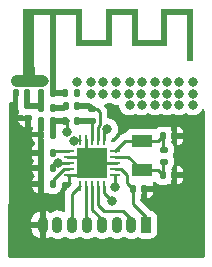
<source format=gbr>
%TF.GenerationSoftware,KiCad,Pcbnew,7.0.2*%
%TF.CreationDate,2024-08-09T14:52:10-04:00*%
%TF.ProjectId,NewPCB,4e657750-4342-42e6-9b69-6361645f7063,rev?*%
%TF.SameCoordinates,Original*%
%TF.FileFunction,Copper,L1,Top*%
%TF.FilePolarity,Positive*%
%FSLAX46Y46*%
G04 Gerber Fmt 4.6, Leading zero omitted, Abs format (unit mm)*
G04 Created by KiCad (PCBNEW 7.0.2) date 2024-08-09 14:52:10*
%MOMM*%
%LPD*%
G01*
G04 APERTURE LIST*
G04 Aperture macros list*
%AMRoundRect*
0 Rectangle with rounded corners*
0 $1 Rounding radius*
0 $2 $3 $4 $5 $6 $7 $8 $9 X,Y pos of 4 corners*
0 Add a 4 corners polygon primitive as box body*
4,1,4,$2,$3,$4,$5,$6,$7,$8,$9,$2,$3,0*
0 Add four circle primitives for the rounded corners*
1,1,$1+$1,$2,$3*
1,1,$1+$1,$4,$5*
1,1,$1+$1,$6,$7*
1,1,$1+$1,$8,$9*
0 Add four rect primitives between the rounded corners*
20,1,$1+$1,$2,$3,$4,$5,0*
20,1,$1+$1,$4,$5,$6,$7,0*
20,1,$1+$1,$6,$7,$8,$9,0*
20,1,$1+$1,$8,$9,$2,$3,0*%
G04 Aperture macros list end*
%TA.AperFunction,NonConductor*%
%ADD10C,1.016000*%
%TD*%
%TA.AperFunction,NonConductor*%
%ADD11C,0.508000*%
%TD*%
%TA.AperFunction,SMDPad,CuDef*%
%ADD12RoundRect,0.147500X0.147500X0.172500X-0.147500X0.172500X-0.147500X-0.172500X0.147500X-0.172500X0*%
%TD*%
%TA.AperFunction,ComponentPad*%
%ADD13O,0.900000X1.400000*%
%TD*%
%TA.AperFunction,ComponentPad*%
%ADD14RoundRect,0.225000X0.225000X0.475000X-0.225000X0.475000X-0.225000X-0.475000X0.225000X-0.475000X0*%
%TD*%
%TA.AperFunction,SMDPad,CuDef*%
%ADD15RoundRect,0.140000X0.140000X0.170000X-0.140000X0.170000X-0.140000X-0.170000X0.140000X-0.170000X0*%
%TD*%
%TA.AperFunction,SMDPad,CuDef*%
%ADD16RoundRect,0.140000X-0.140000X-0.170000X0.140000X-0.170000X0.140000X0.170000X-0.140000X0.170000X0*%
%TD*%
%TA.AperFunction,SMDPad,CuDef*%
%ADD17RoundRect,0.135000X0.135000X0.185000X-0.135000X0.185000X-0.135000X-0.185000X0.135000X-0.185000X0*%
%TD*%
%TA.AperFunction,ComponentPad*%
%ADD18R,0.900000X0.500000*%
%TD*%
%TA.AperFunction,ConnectorPad*%
%ADD19R,0.500000X0.500000*%
%TD*%
%TA.AperFunction,SMDPad,CuDef*%
%ADD20RoundRect,0.135000X0.185000X-0.135000X0.185000X0.135000X-0.185000X0.135000X-0.185000X-0.135000X0*%
%TD*%
%TA.AperFunction,SMDPad,CuDef*%
%ADD21RoundRect,0.147500X-0.172500X0.147500X-0.172500X-0.147500X0.172500X-0.147500X0.172500X0.147500X0*%
%TD*%
%TA.AperFunction,SMDPad,CuDef*%
%ADD22RoundRect,0.140000X0.170000X-0.140000X0.170000X0.140000X-0.170000X0.140000X-0.170000X-0.140000X0*%
%TD*%
%TA.AperFunction,SMDPad,CuDef*%
%ADD23R,1.800000X1.000000*%
%TD*%
%TA.AperFunction,SMDPad,CuDef*%
%ADD24R,2.500000X2.500000*%
%TD*%
%TA.AperFunction,SMDPad,CuDef*%
%ADD25RoundRect,0.062500X0.350000X-0.062500X0.350000X0.062500X-0.350000X0.062500X-0.350000X-0.062500X0*%
%TD*%
%TA.AperFunction,SMDPad,CuDef*%
%ADD26RoundRect,0.062500X0.062500X-0.350000X0.062500X0.350000X-0.062500X0.350000X-0.062500X-0.350000X0*%
%TD*%
%TA.AperFunction,SMDPad,CuDef*%
%ADD27RoundRect,0.147500X-0.147500X-0.172500X0.147500X-0.172500X0.147500X0.172500X-0.147500X0.172500X0*%
%TD*%
%TA.AperFunction,ViaPad*%
%ADD28C,0.800000*%
%TD*%
%TA.AperFunction,Conductor*%
%ADD29C,0.254000*%
%TD*%
%TA.AperFunction,Conductor*%
%ADD30C,0.508000*%
%TD*%
G04 APERTURE END LIST*
D10*
X123190000Y-81528500D02*
X125327750Y-81539500D01*
X124206000Y-80539250D02*
X124195000Y-81512750D01*
D11*
X126260000Y-80603000D02*
X126238000Y-82550000D01*
%TA.AperFunction,EtchedComponent*%
%TO.C,AE1*%
G36*
X128710000Y-78093000D02*
G01*
X130710000Y-78093000D01*
X130710000Y-75453000D01*
X133410000Y-75453000D01*
X133410000Y-78093000D01*
X135410000Y-78093000D01*
X135410000Y-75453000D01*
X138110000Y-75453000D01*
X138110000Y-79893000D01*
X137610000Y-79893000D01*
X137610000Y-75953000D01*
X135910000Y-75953000D01*
X135910000Y-78593000D01*
X132910000Y-78593000D01*
X132910000Y-75953000D01*
X131210000Y-75953000D01*
X131210000Y-78593000D01*
X128210000Y-78593000D01*
X128210000Y-75953000D01*
X126510000Y-75953000D01*
X126510000Y-80853000D01*
X126010000Y-80853000D01*
X126010000Y-75953000D01*
X124610000Y-75953000D01*
X124610000Y-80853000D01*
X123710000Y-80853000D01*
X123710000Y-80609785D01*
X124012417Y-80609785D01*
X124022258Y-80657395D01*
X124046326Y-80699797D01*
X124084269Y-80732581D01*
X124092181Y-80736935D01*
X124134844Y-80749043D01*
X124183363Y-80748300D01*
X124228878Y-80735400D01*
X124247489Y-80724787D01*
X124281132Y-80689553D01*
X124301691Y-80644368D01*
X124308222Y-80594842D01*
X124299782Y-80546583D01*
X124282888Y-80514357D01*
X124247628Y-80481687D01*
X124202318Y-80461592D01*
X124152733Y-80455018D01*
X124104647Y-80462908D01*
X124071755Y-80479814D01*
X124036815Y-80516584D01*
X124017153Y-80561378D01*
X124012417Y-80609785D01*
X123710000Y-80609785D01*
X123710000Y-75453000D01*
X128710000Y-75453000D01*
X128710000Y-78093000D01*
G37*
%TD.AperFunction*%
%TD*%
D12*
%TO.P,L3,2,2*%
%TO.N,Net-(C8-Pad1)*%
X127310000Y-83683000D03*
%TO.P,L3,1,1*%
%TO.N,Net-(U1-ANT1)*%
X128280000Y-83683000D03*
%TD*%
D13*
%TO.P,J1,8,Pin_8*%
%TO.N,GND*%
X125362000Y-93726000D03*
%TO.P,J1,7,Pin_7*%
%TO.N,Net-(J1-Pin_7)*%
X126612000Y-93726000D03*
%TO.P,J1,6,Pin_6*%
%TO.N,Net-(J1-Pin_6)*%
X127862000Y-93726000D03*
%TO.P,J1,5,Pin_5*%
%TO.N,Net-(J1-Pin_5)*%
X129112000Y-93726000D03*
%TO.P,J1,4,Pin_4*%
%TO.N,Net-(J1-Pin_4)*%
X130362000Y-93726000D03*
%TO.P,J1,3,Pin_3*%
%TO.N,Net-(J1-Pin_3)*%
X131612000Y-93726000D03*
%TO.P,J1,2,Pin_2*%
%TO.N,Net-(J1-Pin_2)*%
X132862000Y-93726000D03*
D14*
%TO.P,J1,1,Pin_1*%
%TO.N,VDD*%
X134112000Y-93726000D03*
%TD*%
D15*
%TO.P,C11,2*%
%TO.N,Net-(AE1-A)*%
X127282000Y-82550000D03*
%TO.P,C11,1*%
%TO.N,GND*%
X128242000Y-82550000D03*
%TD*%
%TO.P,C3,2*%
%TO.N,GND*%
X125250000Y-88900000D03*
%TO.P,C3,1*%
%TO.N,VDD*%
X126210000Y-88900000D03*
%TD*%
%TO.P,C2,2*%
%TO.N,GND*%
X125250000Y-90297000D03*
%TO.P,C2,1*%
%TO.N,Net-(U1-DVDD)*%
X126210000Y-90297000D03*
%TD*%
D12*
%TO.P,L2,2,2*%
%TO.N,Net-(U1-VDD_PA)*%
X127287000Y-84953000D03*
%TO.P,L2,1,1*%
%TO.N,Net-(U1-ANT2)*%
X128257000Y-84953000D03*
%TD*%
D16*
%TO.P,C10,2*%
%TO.N,Net-(C10-Pad2)*%
X124051000Y-82550000D03*
%TO.P,C10,1*%
%TO.N,GND*%
X123091000Y-82550000D03*
%TD*%
D17*
%TO.P,R1,2*%
%TO.N,GND*%
X125220000Y-87630000D03*
%TO.P,R1,1*%
%TO.N,Net-(U1-IREF)*%
X126240000Y-87630000D03*
%TD*%
D18*
%TO.P,AE1,2*%
%TO.N,N/C*%
X124160000Y-80603000D03*
D19*
%TO.P,AE1,1,A*%
%TO.N,Net-(AE1-A)*%
X126260000Y-80603000D03*
%TD*%
D20*
%TO.P,R2,2*%
%TO.N,Net-(U1-XC1)*%
X135636000Y-87374000D03*
%TO.P,R2,1*%
%TO.N,Net-(U1-XC2)*%
X135636000Y-88394000D03*
%TD*%
D21*
%TO.P,L1,2,2*%
%TO.N,Net-(U1-ANT2)*%
X129550000Y-84930000D03*
%TO.P,L1,1,1*%
%TO.N,Net-(U1-ANT1)*%
X129550000Y-83960000D03*
%TD*%
D16*
%TO.P,C1,2*%
%TO.N,GND*%
X133957000Y-90678000D03*
%TO.P,C1,1*%
%TO.N,VDD*%
X132997000Y-90678000D03*
%TD*%
D22*
%TO.P,C9,2*%
%TO.N,Net-(C10-Pad2)*%
X124089000Y-83711000D03*
%TO.P,C9,1*%
%TO.N,GND*%
X124089000Y-84671000D03*
%TD*%
D23*
%TO.P,Y1,2,2*%
%TO.N,Net-(U1-XC1)*%
X133731000Y-86634000D03*
%TO.P,Y1,1,1*%
%TO.N,Net-(U1-XC2)*%
X133731000Y-89134000D03*
%TD*%
D15*
%TO.P,C8,2*%
%TO.N,Net-(C10-Pad2)*%
X125250000Y-83820000D03*
%TO.P,C8,1*%
%TO.N,Net-(C8-Pad1)*%
X126210000Y-83820000D03*
%TD*%
D16*
%TO.P,C5,2*%
%TO.N,GND*%
X136497000Y-86233000D03*
%TO.P,C5,1*%
%TO.N,Net-(U1-XC1)*%
X135537000Y-86233000D03*
%TD*%
%TO.P,C4,2*%
%TO.N,GND*%
X136497000Y-89535000D03*
%TO.P,C4,1*%
%TO.N,Net-(U1-XC2)*%
X135537000Y-89535000D03*
%TD*%
D15*
%TO.P,C7,2*%
%TO.N,GND*%
X125250000Y-84963000D03*
%TO.P,C7,1*%
%TO.N,Net-(U1-VDD_PA)*%
X126210000Y-84963000D03*
%TD*%
D24*
%TO.P,U1,21*%
%TO.N,N/C*%
X129550000Y-88509000D03*
D25*
%TO.P,U1,20,VSS*%
%TO.N,GND*%
X127612500Y-89509000D03*
%TO.P,U1,19,DVDD*%
%TO.N,Net-(U1-DVDD)*%
X127612500Y-89009000D03*
%TO.P,U1,18,VDD*%
%TO.N,VDD*%
X127612500Y-88509000D03*
%TO.P,U1,17,VSS*%
%TO.N,GND*%
X127612500Y-88009000D03*
%TO.P,U1,16,IREF*%
%TO.N,Net-(U1-IREF)*%
X127612500Y-87509000D03*
D26*
%TO.P,U1,15,VDD*%
%TO.N,VDD*%
X128550000Y-86571500D03*
%TO.P,U1,14,VSS*%
%TO.N,GND*%
X129050000Y-86571500D03*
%TO.P,U1,13,ANT2*%
%TO.N,Net-(U1-ANT2)*%
X129550000Y-86571500D03*
%TO.P,U1,12,ANT1*%
%TO.N,Net-(U1-ANT1)*%
X130050000Y-86571500D03*
%TO.P,U1,11,VDD_PA*%
%TO.N,Net-(U1-VDD_PA)*%
X130550000Y-86571500D03*
D25*
%TO.P,U1,10,XC1*%
%TO.N,Net-(U1-XC1)*%
X131487500Y-87509000D03*
%TO.P,U1,9,XC2*%
%TO.N,Net-(U1-XC2)*%
X131487500Y-88009000D03*
%TO.P,U1,8,VSS*%
%TO.N,GND*%
X131487500Y-88509000D03*
%TO.P,U1,7,VDD*%
%TO.N,VDD*%
X131487500Y-89009000D03*
%TO.P,U1,6,IRQ*%
%TO.N,Net-(J1-Pin_7)*%
X131487500Y-89509000D03*
D26*
%TO.P,U1,5,MISO*%
%TO.N,Net-(J1-Pin_3)*%
X130550000Y-90446500D03*
%TO.P,U1,4,MOSI*%
%TO.N,Net-(J1-Pin_2)*%
X130050000Y-90446500D03*
%TO.P,U1,3,SCK*%
%TO.N,Net-(J1-Pin_4)*%
X129550000Y-90446500D03*
%TO.P,U1,2,CSN*%
%TO.N,Net-(J1-Pin_5)*%
X129050000Y-90446500D03*
%TO.P,U1,1,CE*%
%TO.N,Net-(J1-Pin_6)*%
X128550000Y-90446500D03*
%TD*%
D15*
%TO.P,C6,2*%
%TO.N,GND*%
X125232000Y-86096000D03*
%TO.P,C6,1*%
%TO.N,Net-(U1-VDD_PA)*%
X126192000Y-86096000D03*
%TD*%
D27*
%TO.P,L4,2,2*%
%TO.N,Net-(AE1-A)*%
X126215000Y-82550000D03*
%TO.P,L4,1,1*%
%TO.N,Net-(C10-Pad2)*%
X125245000Y-82550000D03*
%TD*%
D28*
%TO.N,*%
X128270000Y-81661000D03*
%TO.N,GND*%
X128976353Y-89038859D03*
X130054300Y-89078058D03*
X130054300Y-87902115D03*
X128937155Y-87921714D03*
%TO.N,*%
X123116238Y-81650019D03*
X125476000Y-81534000D03*
X131572000Y-82677000D03*
X130429000Y-82677000D03*
X129413000Y-82677000D03*
X134874000Y-83566000D03*
X133731000Y-83566000D03*
X132715000Y-83566000D03*
X134857829Y-82654018D03*
X133714829Y-82654018D03*
X132698829Y-82654018D03*
X131572000Y-81661000D03*
X130429000Y-81661000D03*
X129413000Y-81661000D03*
X134874000Y-81661000D03*
X133731000Y-81661000D03*
X132715000Y-81661000D03*
X138049000Y-83566000D03*
X136906000Y-83566000D03*
X135890000Y-83566000D03*
X138065170Y-82636736D03*
X136922170Y-82636736D03*
X135906170Y-82636736D03*
X135890000Y-81661000D03*
X136906000Y-81661000D03*
X138049000Y-81661000D03*
%TO.N,VDD*%
X126619000Y-88509000D03*
X128020866Y-86619839D03*
%TO.N,Net-(J1-Pin_7)*%
X131445000Y-90551000D03*
%TO.N,Net-(J1-Pin_3)*%
X131612000Y-93726000D03*
X131191000Y-91694000D03*
%TO.N,Net-(U1-VDD_PA)*%
X127381000Y-85852000D03*
X130839321Y-85613496D03*
%TD*%
D29*
%TO.N,GND*%
X127385234Y-89528150D02*
X129004484Y-89528150D01*
X127381000Y-88011000D02*
X129000250Y-88011000D01*
X129032000Y-86487000D02*
X129032000Y-88106250D01*
X131619625Y-88519000D02*
X130000375Y-88519000D01*
%TO.N,VDD*%
X128069205Y-86571500D02*
X128020866Y-86619839D01*
X128550000Y-86571500D02*
X128069205Y-86571500D01*
X132969000Y-90706000D02*
X132997000Y-90678000D01*
X132969000Y-91948000D02*
X132969000Y-90706000D01*
X134112000Y-93091000D02*
X132969000Y-91948000D01*
X134112000Y-93726000D02*
X134112000Y-93091000D01*
%TO.N,Net-(J1-Pin_7)*%
X131487500Y-90508500D02*
X131445000Y-90551000D01*
X131487500Y-89509000D02*
X131487500Y-90508500D01*
%TO.N,Net-(J1-Pin_3)*%
X130550000Y-91053000D02*
X131191000Y-91694000D01*
X130550000Y-90446500D02*
X130550000Y-91053000D01*
%TO.N,Net-(J1-Pin_2)*%
X132862000Y-93272000D02*
X132862000Y-93726000D01*
X132173000Y-92583000D02*
X132862000Y-93272000D01*
X130556000Y-92583000D02*
X132173000Y-92583000D01*
X130050000Y-92077000D02*
X130556000Y-92583000D01*
X130050000Y-90446500D02*
X130050000Y-92077000D01*
X132862000Y-93238000D02*
X132862000Y-93726000D01*
%TO.N,Net-(J1-Pin_4)*%
X129540000Y-92450000D02*
X130362000Y-93272000D01*
X129540000Y-90456500D02*
X129540000Y-92450000D01*
X130362000Y-93272000D02*
X130362000Y-93726000D01*
X129550000Y-90446500D02*
X129540000Y-90456500D01*
%TO.N,Net-(J1-Pin_5)*%
X129050000Y-93664000D02*
X129112000Y-93726000D01*
X129050000Y-90446500D02*
X129050000Y-93664000D01*
%TO.N,Net-(J1-Pin_6)*%
X127862000Y-91134500D02*
X127862000Y-93726000D01*
X128550000Y-90446500D02*
X127862000Y-91134500D01*
%TO.N,Net-(U1-XC1)*%
X135537000Y-87275000D02*
X135636000Y-87374000D01*
X135537000Y-86233000D02*
X135537000Y-87275000D01*
X135136000Y-86634000D02*
X135537000Y-86233000D01*
X133731000Y-86634000D02*
X135136000Y-86634000D01*
%TO.N,Net-(U1-XC2)*%
X135537000Y-89535000D02*
X135537000Y-88493000D01*
X135537000Y-88493000D02*
X135636000Y-88394000D01*
X135136000Y-89134000D02*
X135537000Y-89535000D01*
X133731000Y-89134000D02*
X135136000Y-89134000D01*
%TO.N,VDD*%
X132504000Y-89562164D02*
X132504000Y-90185000D01*
X132504000Y-90185000D02*
X132997000Y-90678000D01*
X131950836Y-89009000D02*
X132504000Y-89562164D01*
X131487500Y-89009000D02*
X131950836Y-89009000D01*
%TO.N,Net-(U1-XC2)*%
X132606000Y-88009000D02*
X133731000Y-89134000D01*
X131487500Y-88009000D02*
X132606000Y-88009000D01*
%TO.N,Net-(U1-XC1)*%
X132362500Y-86634000D02*
X133731000Y-86634000D01*
X131487500Y-87509000D02*
X132362500Y-86634000D01*
%TO.N,Net-(U1-DVDD)*%
X127149164Y-89009000D02*
X126210000Y-89948164D01*
X127612500Y-89009000D02*
X127149164Y-89009000D01*
X126210000Y-89948164D02*
X126210000Y-90297000D01*
%TO.N,VDD*%
X126601000Y-88509000D02*
X126210000Y-88900000D01*
X127612500Y-88509000D02*
X126601000Y-88509000D01*
%TO.N,Net-(U1-IREF)*%
X126361000Y-87509000D02*
X126240000Y-87630000D01*
X127612500Y-87509000D02*
X126361000Y-87509000D01*
%TO.N,Net-(U1-VDD_PA)*%
X127381000Y-85047000D02*
X127287000Y-84953000D01*
X127381000Y-85852000D02*
X127381000Y-85047000D01*
X130550000Y-85902817D02*
X130839321Y-85613496D01*
X130550000Y-86571500D02*
X130550000Y-85902817D01*
%TO.N,Net-(U1-ANT2)*%
X129550000Y-86571500D02*
X129550000Y-84930000D01*
%TO.N,Net-(U1-ANT1)*%
X129934000Y-83960000D02*
X129550000Y-83960000D01*
X130197000Y-84223000D02*
X129934000Y-83960000D01*
X130197000Y-85274044D02*
X130197000Y-84223000D01*
X130050000Y-86571500D02*
X130050000Y-85421044D01*
X130050000Y-85421044D02*
X130197000Y-85274044D01*
D30*
%TO.N,Net-(AE1-A)*%
X126215000Y-82550000D02*
X127282000Y-82550000D01*
%TO.N,Net-(U1-VDD_PA)*%
X127287000Y-84953000D02*
X127371000Y-84953000D01*
X126192000Y-86096000D02*
X126192000Y-84981000D01*
X126192000Y-84981000D02*
X126210000Y-84963000D01*
X127371000Y-84953000D02*
X127381000Y-84963000D01*
X127381000Y-84963000D02*
X126210000Y-84963000D01*
%TO.N,Net-(C8-Pad1)*%
X126210000Y-83820000D02*
X127173000Y-83820000D01*
X127173000Y-83820000D02*
X127310000Y-83683000D01*
%TO.N,Net-(C10-Pad2)*%
X124051000Y-83673000D02*
X124089000Y-83711000D01*
X125245000Y-82550000D02*
X125245000Y-83815000D01*
X125245000Y-83815000D02*
X125250000Y-83820000D01*
X125141000Y-83711000D02*
X125250000Y-83820000D01*
X124051000Y-82550000D02*
X124051000Y-83673000D01*
X124089000Y-83711000D02*
X125141000Y-83711000D01*
%TO.N,Net-(U1-ANT1)*%
X128280000Y-83683000D02*
X129273000Y-83683000D01*
X129273000Y-83683000D02*
X129550000Y-83960000D01*
%TO.N,Net-(U1-ANT2)*%
X128257000Y-84953000D02*
X129527000Y-84953000D01*
X129527000Y-84953000D02*
X129550000Y-84930000D01*
%TD*%
%TA.AperFunction,Conductor*%
%TO.N,GND*%
G36*
X122990776Y-82543969D02*
G01*
X123021592Y-82550519D01*
X123146500Y-82550519D01*
X123213539Y-82570204D01*
X123259294Y-82623008D01*
X123270500Y-82674519D01*
X123270500Y-82784690D01*
X123270690Y-82787110D01*
X123270691Y-82787124D01*
X123273357Y-82820994D01*
X123291576Y-82883701D01*
X123296500Y-82918297D01*
X123296500Y-83400237D01*
X123291576Y-83434833D01*
X123281357Y-83470005D01*
X123278691Y-83503875D01*
X123278690Y-83503890D01*
X123278500Y-83506310D01*
X123278500Y-83915690D01*
X123278690Y-83918110D01*
X123278691Y-83918124D01*
X123281357Y-83951996D01*
X123326504Y-84107391D01*
X123326505Y-84107393D01*
X123326506Y-84107395D01*
X123338910Y-84128369D01*
X123356093Y-84196092D01*
X123338912Y-84254609D01*
X123326968Y-84274805D01*
X123284496Y-84421000D01*
X123590647Y-84421000D01*
X123653768Y-84438268D01*
X123662605Y-84443494D01*
X123818003Y-84488642D01*
X123818007Y-84488643D01*
X123854310Y-84491500D01*
X123856755Y-84491500D01*
X124214999Y-84491500D01*
X124282038Y-84511185D01*
X124327793Y-84563989D01*
X124338999Y-84615500D01*
X124338999Y-85449790D01*
X124359913Y-85448145D01*
X124386555Y-85440405D01*
X124456424Y-85440604D01*
X124515095Y-85478545D01*
X124543939Y-85542183D01*
X124533798Y-85611313D01*
X124527883Y-85622601D01*
X124499968Y-85669803D01*
X124454855Y-85825082D01*
X124453209Y-85845999D01*
X124453210Y-85846000D01*
X124982000Y-85846000D01*
X124982000Y-85315362D01*
X125000000Y-85254061D01*
X125000000Y-84837000D01*
X125019685Y-84769961D01*
X125072489Y-84724206D01*
X125124000Y-84713000D01*
X125305500Y-84713000D01*
X125372539Y-84732685D01*
X125418294Y-84785489D01*
X125429500Y-84836999D01*
X125429500Y-85197690D01*
X125429690Y-85200110D01*
X125429691Y-85200124D01*
X125432357Y-85233993D01*
X125432575Y-85234743D01*
X125437500Y-85269342D01*
X125437500Y-85727702D01*
X125432576Y-85762298D01*
X125414357Y-85825005D01*
X125411691Y-85858875D01*
X125411690Y-85858890D01*
X125411500Y-85861310D01*
X125411500Y-86330690D01*
X125411690Y-86333110D01*
X125411691Y-86333124D01*
X125414357Y-86366996D01*
X125459504Y-86522392D01*
X125459506Y-86522395D01*
X125464731Y-86531230D01*
X125482000Y-86594352D01*
X125482000Y-86882637D01*
X125469999Y-86923504D01*
X125470000Y-87369591D01*
X125469676Y-87377828D01*
X125469787Y-87375956D01*
X125469691Y-87378383D01*
X125469500Y-87380819D01*
X125469500Y-87383263D01*
X125469500Y-87383264D01*
X125469500Y-87876758D01*
X125469500Y-87876783D01*
X125469501Y-87879180D01*
X125469690Y-87881586D01*
X125469787Y-87884040D01*
X125469677Y-87882173D01*
X125470000Y-87890393D01*
X125470000Y-88055254D01*
X125497165Y-88105003D01*
X125499999Y-88131361D01*
X125499999Y-88401648D01*
X125482734Y-88464763D01*
X125477507Y-88473602D01*
X125432357Y-88629005D01*
X125429691Y-88662875D01*
X125429690Y-88662890D01*
X125429500Y-88665310D01*
X125429500Y-89134690D01*
X125429690Y-89137110D01*
X125429691Y-89137124D01*
X125432357Y-89170994D01*
X125477505Y-89326393D01*
X125482732Y-89335231D01*
X125499999Y-89398348D01*
X125500000Y-89446999D01*
X125499999Y-89798648D01*
X125482734Y-89861763D01*
X125477507Y-89870602D01*
X125432357Y-90026005D01*
X125429691Y-90059875D01*
X125429690Y-90059890D01*
X125429500Y-90062310D01*
X125429500Y-90531690D01*
X125429690Y-90534110D01*
X125429691Y-90534124D01*
X125432357Y-90567994D01*
X125477505Y-90723393D01*
X125482732Y-90732231D01*
X125499999Y-90795351D01*
X125499999Y-91101504D01*
X125500000Y-91101504D01*
X125646193Y-91059032D01*
X125666383Y-91047091D01*
X125734106Y-91029906D01*
X125792629Y-91047089D01*
X125813605Y-91059494D01*
X125969003Y-91104642D01*
X125969007Y-91104643D01*
X126005310Y-91107500D01*
X126007755Y-91107500D01*
X126412245Y-91107500D01*
X126414690Y-91107500D01*
X126450993Y-91104643D01*
X126606395Y-91059494D01*
X126745687Y-90977117D01*
X126860117Y-90862687D01*
X126942494Y-90723395D01*
X126987643Y-90567993D01*
X126990500Y-90531690D01*
X126990500Y-90244438D01*
X127010185Y-90177400D01*
X127062989Y-90131645D01*
X127130686Y-90121500D01*
X127221612Y-90133470D01*
X127229683Y-90134000D01*
X127487500Y-90134000D01*
X127487500Y-89760500D01*
X127507185Y-89693461D01*
X127559989Y-89647706D01*
X127611500Y-89636500D01*
X127613500Y-89636500D01*
X127680539Y-89656185D01*
X127726294Y-89708989D01*
X127737500Y-89760500D01*
X127737500Y-90133998D01*
X127768609Y-90165107D01*
X127802094Y-90226430D01*
X127797110Y-90296122D01*
X127768609Y-90340470D01*
X127476954Y-90632125D01*
X127460806Y-90645063D01*
X127412646Y-90696347D01*
X127409941Y-90699139D01*
X127390377Y-90718704D01*
X127388003Y-90721764D01*
X127387984Y-90721786D01*
X127387879Y-90721923D01*
X127380317Y-90730774D01*
X127350306Y-90762733D01*
X127340606Y-90780377D01*
X127329928Y-90796633D01*
X127317592Y-90812536D01*
X127300185Y-90852762D01*
X127295047Y-90863250D01*
X127273927Y-90901666D01*
X127268919Y-90921170D01*
X127262619Y-90939569D01*
X127254625Y-90958042D01*
X127247769Y-91001331D01*
X127245401Y-91012767D01*
X127234500Y-91055227D01*
X127234500Y-91075358D01*
X127232973Y-91094756D01*
X127229825Y-91114631D01*
X127233950Y-91158267D01*
X127234500Y-91169937D01*
X127234500Y-92523717D01*
X127214815Y-92590756D01*
X127162011Y-92636511D01*
X127092853Y-92646455D01*
X127055892Y-92635045D01*
X126943819Y-92580071D01*
X126943816Y-92580070D01*
X126756674Y-92531615D01*
X126737089Y-92530621D01*
X126563608Y-92521823D01*
X126372525Y-92551096D01*
X126191247Y-92618235D01*
X126051018Y-92705640D01*
X125983713Y-92724396D01*
X125916952Y-92703787D01*
X125909526Y-92698464D01*
X125867109Y-92665630D01*
X125693641Y-92580541D01*
X125612000Y-92559403D01*
X125612000Y-93555027D01*
X125605552Y-93542078D01*
X125522666Y-93466516D01*
X125418080Y-93426000D01*
X125334198Y-93426000D01*
X125251750Y-93441412D01*
X125156390Y-93500457D01*
X125088799Y-93589962D01*
X125058105Y-93697840D01*
X125068454Y-93809521D01*
X125118448Y-93909922D01*
X125201334Y-93985484D01*
X125305920Y-94026000D01*
X125389802Y-94026000D01*
X125472250Y-94010588D01*
X125567610Y-93951543D01*
X125612000Y-93892761D01*
X125612000Y-94896470D01*
X125782527Y-94833315D01*
X125922107Y-94746314D01*
X125989412Y-94727558D01*
X126056173Y-94748167D01*
X126063577Y-94753473D01*
X126106627Y-94786796D01*
X126280184Y-94871930D01*
X126467326Y-94920385D01*
X126660390Y-94930176D01*
X126660390Y-94930175D01*
X126660391Y-94930176D01*
X126851474Y-94900903D01*
X126873906Y-94892595D01*
X127032753Y-94833764D01*
X127172531Y-94746640D01*
X127239834Y-94727885D01*
X127306595Y-94748494D01*
X127314017Y-94753813D01*
X127356627Y-94786796D01*
X127530184Y-94871930D01*
X127717326Y-94920385D01*
X127910390Y-94930176D01*
X127910390Y-94930175D01*
X127910391Y-94930176D01*
X128101474Y-94900903D01*
X128123906Y-94892595D01*
X128282753Y-94833764D01*
X128422531Y-94746640D01*
X128489834Y-94727885D01*
X128556595Y-94748494D01*
X128564017Y-94753813D01*
X128606627Y-94786796D01*
X128780184Y-94871930D01*
X128967326Y-94920385D01*
X129160390Y-94930176D01*
X129160390Y-94930175D01*
X129160391Y-94930176D01*
X129351474Y-94900903D01*
X129373906Y-94892595D01*
X129532753Y-94833764D01*
X129672531Y-94746640D01*
X129739834Y-94727885D01*
X129806595Y-94748494D01*
X129814017Y-94753813D01*
X129856627Y-94786796D01*
X130030184Y-94871930D01*
X130217326Y-94920385D01*
X130410390Y-94930176D01*
X130410390Y-94930175D01*
X130410391Y-94930176D01*
X130601474Y-94900903D01*
X130623906Y-94892595D01*
X130782753Y-94833764D01*
X130922531Y-94746640D01*
X130989834Y-94727885D01*
X131056595Y-94748494D01*
X131064017Y-94753813D01*
X131106627Y-94786796D01*
X131280184Y-94871930D01*
X131467326Y-94920385D01*
X131660390Y-94930176D01*
X131660390Y-94930175D01*
X131660391Y-94930176D01*
X131851474Y-94900903D01*
X131873906Y-94892595D01*
X132032753Y-94833764D01*
X132172531Y-94746640D01*
X132239834Y-94727885D01*
X132306595Y-94748494D01*
X132314017Y-94753813D01*
X132356627Y-94786796D01*
X132530184Y-94871930D01*
X132717326Y-94920385D01*
X132910390Y-94930176D01*
X132910390Y-94930175D01*
X132910391Y-94930176D01*
X133101474Y-94900903D01*
X133282751Y-94833765D01*
X133283473Y-94833315D01*
X133340927Y-94797503D01*
X133408230Y-94778747D01*
X133471615Y-94797197D01*
X133578300Y-94863002D01*
X133739292Y-94916349D01*
X133835522Y-94926180D01*
X133835523Y-94926180D01*
X133838655Y-94926500D01*
X134385344Y-94926499D01*
X134484708Y-94916349D01*
X134645697Y-94863003D01*
X134693101Y-94833764D01*
X134790044Y-94773968D01*
X134909968Y-94654044D01*
X134999002Y-94509699D01*
X135051004Y-94352768D01*
X135052349Y-94348708D01*
X135062500Y-94249345D01*
X135062499Y-93202656D01*
X135052349Y-93103292D01*
X134999003Y-92942303D01*
X134999002Y-92942302D01*
X134999002Y-92942300D01*
X134909968Y-92797955D01*
X134790044Y-92678031D01*
X134645698Y-92588997D01*
X134484706Y-92535650D01*
X134483323Y-92535509D01*
X134479192Y-92533823D01*
X134471819Y-92531380D01*
X134471984Y-92530881D01*
X134418633Y-92509109D01*
X134408252Y-92499833D01*
X133632819Y-91724400D01*
X133599334Y-91663077D01*
X133596500Y-91636719D01*
X133596500Y-91615553D01*
X133616185Y-91548514D01*
X133668989Y-91502759D01*
X133682637Y-91500796D01*
X133707000Y-91482504D01*
X133707000Y-91482503D01*
X134206998Y-91482503D01*
X134353196Y-91440031D01*
X134492379Y-91357718D01*
X134606718Y-91243379D01*
X134689032Y-91104194D01*
X134734144Y-90948917D01*
X134735790Y-90928000D01*
X134206999Y-90928000D01*
X134206998Y-91482503D01*
X133707000Y-91482503D01*
X133707000Y-91176352D01*
X133724268Y-91113230D01*
X133729494Y-91104395D01*
X133729553Y-91104194D01*
X133774642Y-90948996D01*
X133774641Y-90948996D01*
X133774643Y-90948993D01*
X133777500Y-90912690D01*
X133777500Y-90551999D01*
X133797185Y-90484961D01*
X133849989Y-90439206D01*
X133901500Y-90428000D01*
X134735790Y-90428000D01*
X134734145Y-90407084D01*
X134693555Y-90267374D01*
X134693754Y-90197505D01*
X134731696Y-90138835D01*
X134769298Y-90116597D01*
X134791867Y-90108179D01*
X134861558Y-90103197D01*
X134922876Y-90136680D01*
X134963596Y-90177400D01*
X135001314Y-90215118D01*
X135140605Y-90297494D01*
X135296003Y-90342642D01*
X135296007Y-90342643D01*
X135332310Y-90345500D01*
X135334755Y-90345500D01*
X135739245Y-90345500D01*
X135741690Y-90345500D01*
X135777993Y-90342643D01*
X135933395Y-90297494D01*
X135954369Y-90285089D01*
X136022088Y-90267906D01*
X136080612Y-90285090D01*
X136100802Y-90297030D01*
X136247000Y-90339504D01*
X136247000Y-90033352D01*
X136264268Y-89970230D01*
X136269494Y-89961395D01*
X136269553Y-89961194D01*
X136298440Y-89861763D01*
X136314643Y-89805993D01*
X136316295Y-89785000D01*
X136747000Y-89785000D01*
X136747000Y-90339503D01*
X136893196Y-90297031D01*
X137032379Y-90214718D01*
X137146718Y-90100379D01*
X137229032Y-89961194D01*
X137274144Y-89805917D01*
X137275790Y-89785000D01*
X136747000Y-89785000D01*
X136316295Y-89785000D01*
X136317500Y-89769690D01*
X136317500Y-89300310D01*
X136316295Y-89285000D01*
X136747000Y-89285000D01*
X137275790Y-89285000D01*
X137274145Y-89264084D01*
X137229032Y-89108805D01*
X137146718Y-88969620D01*
X137032379Y-88855281D01*
X136893194Y-88772967D01*
X136747001Y-88730493D01*
X136747000Y-88730494D01*
X136747000Y-89285000D01*
X136316295Y-89285000D01*
X136314643Y-89264007D01*
X136277780Y-89137124D01*
X136265124Y-89093562D01*
X136266110Y-89093275D01*
X136253197Y-89042380D01*
X136275357Y-88976117D01*
X136289429Y-88959302D01*
X136327135Y-88921598D01*
X136408869Y-88783393D01*
X136453665Y-88629204D01*
X136456500Y-88593181D01*
X136456499Y-88194820D01*
X136453665Y-88158796D01*
X136408869Y-88004607D01*
X136408869Y-88004606D01*
X136374872Y-87947122D01*
X136357688Y-87879399D01*
X136374872Y-87820878D01*
X136408869Y-87763393D01*
X136408870Y-87763391D01*
X136453665Y-87609204D01*
X136456500Y-87573181D01*
X136456499Y-87174820D01*
X136453665Y-87138796D01*
X136408869Y-86984607D01*
X136327135Y-86846402D01*
X136289431Y-86808698D01*
X136255946Y-86747375D01*
X136260930Y-86677683D01*
X136269230Y-86660303D01*
X136286738Y-86600043D01*
X136314643Y-86503993D01*
X136316295Y-86483000D01*
X136747000Y-86483000D01*
X136747000Y-87037503D01*
X136893196Y-86995031D01*
X137032379Y-86912718D01*
X137146718Y-86798379D01*
X137229032Y-86659194D01*
X137274144Y-86503917D01*
X137275790Y-86483000D01*
X136747000Y-86483000D01*
X136316295Y-86483000D01*
X136317500Y-86467690D01*
X136317500Y-85998310D01*
X136316295Y-85983000D01*
X136747000Y-85983000D01*
X137275790Y-85983000D01*
X137274145Y-85962084D01*
X137229032Y-85806805D01*
X137146718Y-85667620D01*
X137032379Y-85553281D01*
X136893194Y-85470967D01*
X136747001Y-85428493D01*
X136747000Y-85428494D01*
X136747000Y-85983000D01*
X136316295Y-85983000D01*
X136314643Y-85962007D01*
X136269494Y-85806605D01*
X136264267Y-85797766D01*
X136247000Y-85734647D01*
X136247000Y-85428494D01*
X136246998Y-85428493D01*
X136100806Y-85470967D01*
X136080610Y-85482911D01*
X136012886Y-85500092D01*
X135954370Y-85482910D01*
X135933395Y-85470506D01*
X135933393Y-85470505D01*
X135933391Y-85470504D01*
X135777996Y-85425357D01*
X135744124Y-85422691D01*
X135744110Y-85422690D01*
X135741690Y-85422500D01*
X135332310Y-85422500D01*
X135329890Y-85422690D01*
X135329875Y-85422691D01*
X135296003Y-85425357D01*
X135140605Y-85470505D01*
X135001311Y-85552883D01*
X134922878Y-85631317D01*
X134861555Y-85664802D01*
X134791864Y-85659818D01*
X134738485Y-85639909D01*
X134682166Y-85633854D01*
X134682165Y-85633853D01*
X134678873Y-85633500D01*
X134675550Y-85633500D01*
X132786439Y-85633500D01*
X132786420Y-85633500D01*
X132783128Y-85633501D01*
X132779848Y-85633853D01*
X132779840Y-85633854D01*
X132723515Y-85639909D01*
X132588669Y-85690204D01*
X132473454Y-85776454D01*
X132387202Y-85891671D01*
X132373365Y-85928771D01*
X132331494Y-85984705D01*
X132278468Y-86004481D01*
X132278598Y-86004929D01*
X132272585Y-86006675D01*
X132266029Y-86009121D01*
X132263766Y-86009237D01*
X132244217Y-86014917D01*
X132225167Y-86018862D01*
X132205207Y-86021383D01*
X132164451Y-86037519D01*
X132153405Y-86041301D01*
X132111306Y-86053532D01*
X132093980Y-86063779D01*
X132076512Y-86072336D01*
X132057795Y-86079746D01*
X132022325Y-86105516D01*
X132012567Y-86111927D01*
X131974844Y-86134237D01*
X131974842Y-86134238D01*
X131974843Y-86134238D01*
X131960607Y-86148473D01*
X131945819Y-86161103D01*
X131929533Y-86172936D01*
X131901591Y-86206711D01*
X131893730Y-86215349D01*
X131389181Y-86719898D01*
X131327858Y-86753383D01*
X131258166Y-86748399D01*
X131202233Y-86706527D01*
X131177816Y-86641063D01*
X131177500Y-86632217D01*
X131177500Y-86529175D01*
X131197185Y-86462136D01*
X131249989Y-86416381D01*
X131251066Y-86415895D01*
X131292052Y-86397647D01*
X131445191Y-86286385D01*
X131571854Y-86145712D01*
X131666500Y-85981780D01*
X131695779Y-85891669D01*
X131724995Y-85801752D01*
X131744781Y-85613496D01*
X131724995Y-85425240D01*
X131689293Y-85315362D01*
X131666500Y-85245211D01*
X131571854Y-85081279D01*
X131445191Y-84940606D01*
X131292051Y-84829344D01*
X131119123Y-84752351D01*
X130922719Y-84710604D01*
X130861237Y-84677412D01*
X130827461Y-84616248D01*
X130824500Y-84589314D01*
X130824500Y-84465500D01*
X130824500Y-84305955D01*
X130826770Y-84285399D01*
X130824561Y-84215095D01*
X130824500Y-84211200D01*
X130824500Y-84187414D01*
X130824500Y-84183524D01*
X130824012Y-84179660D01*
X130823994Y-84179516D01*
X130823076Y-84167860D01*
X130821835Y-84128368D01*
X130821700Y-84124057D01*
X130816082Y-84104723D01*
X130812139Y-84085682D01*
X130809616Y-84065707D01*
X130793480Y-84024953D01*
X130789697Y-84013904D01*
X130777468Y-83971809D01*
X130767222Y-83954485D01*
X130758661Y-83937009D01*
X130751253Y-83918297D01*
X130725489Y-83882837D01*
X130719074Y-83873070D01*
X130696763Y-83835344D01*
X130682530Y-83821111D01*
X130669893Y-83806316D01*
X130658063Y-83790033D01*
X130658060Y-83790031D01*
X130658060Y-83790030D01*
X130624287Y-83762090D01*
X130615647Y-83754228D01*
X130615260Y-83753841D01*
X130581775Y-83692518D01*
X130586759Y-83622826D01*
X130628631Y-83566893D01*
X130677160Y-83544869D01*
X130708803Y-83538144D01*
X130881730Y-83461151D01*
X130927617Y-83427811D01*
X130993420Y-83404333D01*
X131061474Y-83420158D01*
X131073372Y-83427804D01*
X131119270Y-83461151D01*
X131119271Y-83461151D01*
X131119272Y-83461152D01*
X131292197Y-83538144D01*
X131477352Y-83577500D01*
X131477354Y-83577500D01*
X131666643Y-83577500D01*
X131666646Y-83577500D01*
X131672892Y-83576172D01*
X131742557Y-83581487D01*
X131798292Y-83623622D01*
X131821994Y-83684498D01*
X131827973Y-83741389D01*
X131829326Y-83754257D01*
X131887820Y-83934284D01*
X131982466Y-84098216D01*
X132109129Y-84238889D01*
X132262269Y-84350151D01*
X132435197Y-84427144D01*
X132620352Y-84466500D01*
X132620354Y-84466500D01*
X132809648Y-84466500D01*
X132942468Y-84438268D01*
X132994803Y-84427144D01*
X133106755Y-84377298D01*
X133172564Y-84347999D01*
X133241814Y-84338714D01*
X133273436Y-84347999D01*
X133451197Y-84427144D01*
X133636352Y-84466500D01*
X133636354Y-84466500D01*
X133825648Y-84466500D01*
X133958468Y-84438268D01*
X134010803Y-84427144D01*
X134183730Y-84350151D01*
X134229617Y-84316811D01*
X134295420Y-84293333D01*
X134363474Y-84309158D01*
X134375372Y-84316804D01*
X134421270Y-84350151D01*
X134421271Y-84350151D01*
X134421272Y-84350152D01*
X134594197Y-84427144D01*
X134779352Y-84466500D01*
X134779354Y-84466500D01*
X134968648Y-84466500D01*
X135153800Y-84427145D01*
X135153801Y-84427144D01*
X135153803Y-84427144D01*
X135326730Y-84350151D01*
X135326735Y-84350146D01*
X135331562Y-84347998D01*
X135400812Y-84338712D01*
X135432435Y-84347998D01*
X135437268Y-84350150D01*
X135437270Y-84350151D01*
X135461900Y-84361117D01*
X135610197Y-84427144D01*
X135795352Y-84466500D01*
X135795354Y-84466500D01*
X135984648Y-84466500D01*
X136117468Y-84438268D01*
X136169803Y-84427144D01*
X136281755Y-84377298D01*
X136347564Y-84347999D01*
X136416814Y-84338714D01*
X136448436Y-84347999D01*
X136626197Y-84427144D01*
X136811352Y-84466500D01*
X136811354Y-84466500D01*
X137000648Y-84466500D01*
X137133468Y-84438268D01*
X137185803Y-84427144D01*
X137358730Y-84350151D01*
X137404617Y-84316811D01*
X137470420Y-84293333D01*
X137538474Y-84309158D01*
X137550372Y-84316804D01*
X137596270Y-84350151D01*
X137596271Y-84350151D01*
X137596272Y-84350152D01*
X137769197Y-84427144D01*
X137954352Y-84466500D01*
X137954354Y-84466500D01*
X138143648Y-84466500D01*
X138276468Y-84438268D01*
X138328803Y-84427144D01*
X138501730Y-84350151D01*
X138517472Y-84338714D01*
X138654870Y-84238889D01*
X138701219Y-84187414D01*
X138781533Y-84098216D01*
X138820733Y-84030320D01*
X138833113Y-84008877D01*
X138883680Y-83960662D01*
X138952287Y-83947438D01*
X139017151Y-83973406D01*
X139057680Y-84030320D01*
X139064500Y-84070877D01*
X139064500Y-96395500D01*
X139044815Y-96462539D01*
X138992011Y-96508294D01*
X138940500Y-96519500D01*
X122553230Y-96519500D01*
X122486191Y-96499815D01*
X122440436Y-96447011D01*
X122429232Y-96394775D01*
X122429745Y-96307086D01*
X122441064Y-94926178D01*
X122448853Y-93976000D01*
X124412000Y-93976000D01*
X124412000Y-94021033D01*
X124412317Y-94027298D01*
X124426648Y-94168222D01*
X124484488Y-94352569D01*
X124578253Y-94521503D01*
X124704105Y-94668104D01*
X124856892Y-94786370D01*
X125030358Y-94871458D01*
X125111999Y-94892595D01*
X125112000Y-93976000D01*
X124412000Y-93976000D01*
X122448853Y-93976000D01*
X122452951Y-93475999D01*
X124411999Y-93475999D01*
X124412000Y-93476000D01*
X125112000Y-93476000D01*
X125112000Y-92555528D01*
X125111999Y-92555528D01*
X124941469Y-92618685D01*
X124777498Y-92720890D01*
X124637464Y-92854003D01*
X124527087Y-93012585D01*
X124450893Y-93190137D01*
X124412000Y-93379395D01*
X124411999Y-93475999D01*
X122452951Y-93475999D01*
X122476960Y-90547000D01*
X124471210Y-90547000D01*
X124472854Y-90567915D01*
X124517967Y-90723194D01*
X124600281Y-90862379D01*
X124714620Y-90976718D01*
X124853803Y-91059031D01*
X125000000Y-91101504D01*
X125000000Y-90547000D01*
X124471210Y-90547000D01*
X122476960Y-90547000D01*
X122481058Y-90046999D01*
X124471209Y-90046999D01*
X124471210Y-90047000D01*
X125000000Y-90047000D01*
X125000000Y-89150000D01*
X124471210Y-89150000D01*
X124472854Y-89170915D01*
X124517967Y-89326194D01*
X124600281Y-89465379D01*
X124645721Y-89510819D01*
X124679206Y-89572142D01*
X124674222Y-89641834D01*
X124645721Y-89686181D01*
X124600281Y-89731620D01*
X124517967Y-89870805D01*
X124472855Y-90026082D01*
X124471209Y-90046999D01*
X122481058Y-90046999D01*
X122498820Y-87880000D01*
X124450069Y-87880000D01*
X124452833Y-87915127D01*
X124497593Y-88069192D01*
X124587238Y-88220773D01*
X124584206Y-88222565D01*
X124605262Y-88261126D01*
X124600278Y-88330818D01*
X124590828Y-88350605D01*
X124517967Y-88473805D01*
X124472855Y-88629082D01*
X124471209Y-88649999D01*
X124471210Y-88650000D01*
X125000000Y-88650000D01*
X125000000Y-88484746D01*
X124972834Y-88434996D01*
X124970000Y-88408638D01*
X124970000Y-87880000D01*
X124450069Y-87880000D01*
X122498820Y-87880000D01*
X122502918Y-87380000D01*
X124450069Y-87380000D01*
X124969999Y-87380000D01*
X124970000Y-86833362D01*
X124982000Y-86792494D01*
X124982000Y-86346000D01*
X124453210Y-86346000D01*
X124454854Y-86366915D01*
X124499967Y-86522194D01*
X124582281Y-86661379D01*
X124688757Y-86767855D01*
X124722242Y-86829178D01*
X124717258Y-86898870D01*
X124688757Y-86943217D01*
X124579264Y-87052709D01*
X124497593Y-87190807D01*
X124452833Y-87344872D01*
X124450069Y-87380000D01*
X122502918Y-87380000D01*
X122523073Y-84921000D01*
X123284496Y-84921000D01*
X123326968Y-85067196D01*
X123409281Y-85206379D01*
X123523620Y-85320718D01*
X123662805Y-85403032D01*
X123818084Y-85448145D01*
X123839000Y-85449790D01*
X123839000Y-84921000D01*
X123284496Y-84921000D01*
X122523073Y-84921000D01*
X122535296Y-83429819D01*
X122555529Y-83362949D01*
X122608706Y-83317628D01*
X122677943Y-83308252D01*
X122693885Y-83311764D01*
X122841000Y-83354504D01*
X122841000Y-82665260D01*
X122860685Y-82598221D01*
X122913489Y-82552466D01*
X122982647Y-82542522D01*
X122990776Y-82543969D01*
G37*
%TD.AperFunction*%
%TD*%
M02*

</source>
